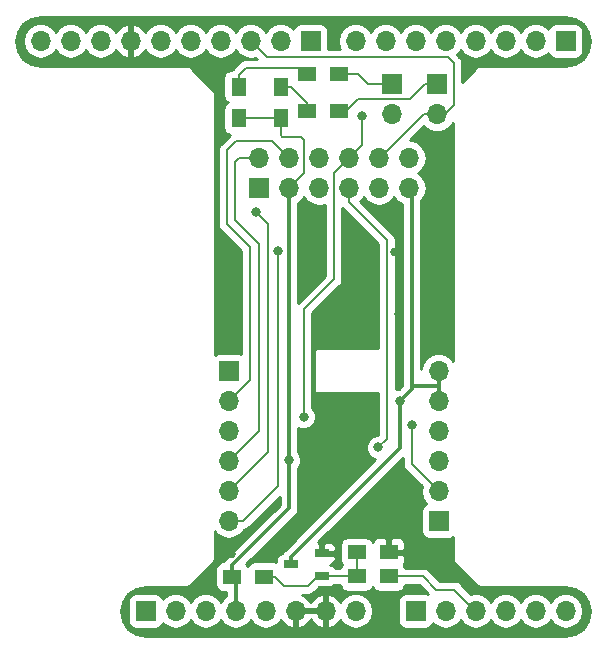
<source format=gtl>
G04 #@! TF.GenerationSoftware,KiCad,Pcbnew,(2018-01-23 revision c95c77c51)-master*
G04 #@! TF.CreationDate,2018-01-29T11:30:05+01:00*
G04 #@! TF.ProjectId,rpi_mrf_radio_shield,7270695F6D72665F726164696F5F7368,rev?*
G04 #@! TF.SameCoordinates,Original*
G04 #@! TF.FileFunction,Copper,L1,Top,Signal*
G04 #@! TF.FilePolarity,Positive*
%FSLAX46Y46*%
G04 Gerber Fmt 4.6, Leading zero omitted, Abs format (unit mm)*
G04 Created by KiCad (PCBNEW (2018-01-23 revision c95c77c51)-master) date Mon Jan 29 11:30:05 2018*
%MOMM*%
%LPD*%
G01*
G04 APERTURE LIST*
%ADD10R,1.700000X1.700000*%
%ADD11O,1.700000X1.700000*%
%ADD12R,1.220000X0.650000*%
%ADD13R,1.500000X1.300000*%
%ADD14R,1.300000X1.500000*%
%ADD15C,0.685800*%
%ADD16C,0.800000*%
%ADD17C,0.203200*%
%ADD18C,0.304800*%
%ADD19C,0.254000*%
G04 APERTURE END LIST*
D10*
X162001100Y-136113600D03*
D11*
X164541100Y-136113600D03*
X167081100Y-136113600D03*
X169621100Y-136113600D03*
X172161100Y-136113600D03*
X174701100Y-136113600D03*
D10*
X146176900Y-115793600D03*
D11*
X146176900Y-118333600D03*
X146176900Y-120873600D03*
X146176900Y-123413600D03*
X146176900Y-125953600D03*
X146176900Y-128493600D03*
X163956900Y-115793600D03*
X163956900Y-118333600D03*
X163956900Y-120873600D03*
X163956900Y-123413600D03*
X163956900Y-125953600D03*
D10*
X163956900Y-128493600D03*
D12*
X154040100Y-133126600D03*
X154040100Y-131226600D03*
X151420100Y-132176600D03*
D13*
X159715100Y-131160600D03*
X157015100Y-131160600D03*
D11*
X159969100Y-94076600D03*
D10*
X159969100Y-91536600D03*
D13*
X155524100Y-93822600D03*
X152824100Y-93822600D03*
X155524100Y-90647600D03*
X152824100Y-90647600D03*
X157015100Y-133192600D03*
X159715100Y-133192600D03*
D14*
X150571100Y-91710600D03*
X150571100Y-94410600D03*
X147015100Y-94410600D03*
X147015100Y-91710600D03*
D10*
X139141100Y-136113600D03*
D11*
X141681100Y-136113600D03*
X144221100Y-136113600D03*
X146761100Y-136113600D03*
X149301100Y-136113600D03*
X151841100Y-136113600D03*
X154381100Y-136113600D03*
X156921100Y-136113600D03*
D10*
X153111100Y-87853600D03*
D11*
X150571100Y-87853600D03*
X148031100Y-87853600D03*
X145491100Y-87853600D03*
X142951100Y-87853600D03*
X140411100Y-87853600D03*
X137871100Y-87853600D03*
X135331100Y-87853600D03*
X132791100Y-87853600D03*
X130251100Y-87853600D03*
D10*
X174701100Y-87853600D03*
D11*
X172161100Y-87853600D03*
X169621100Y-87853600D03*
X167081100Y-87853600D03*
X164541100Y-87853600D03*
X162001100Y-87853600D03*
X159461100Y-87853600D03*
X156921100Y-87853600D03*
D10*
X148729600Y-100299600D03*
D11*
X148729600Y-97759600D03*
X151269600Y-100299600D03*
X151269600Y-97759600D03*
X153809600Y-100299600D03*
X153809600Y-97759600D03*
X156349600Y-100299600D03*
X156349600Y-97759600D03*
X158889600Y-100299600D03*
X158889600Y-97759600D03*
X161429600Y-100299600D03*
X161429600Y-97759600D03*
X163829900Y-94076600D03*
D10*
X163829900Y-91536600D03*
D13*
X149148700Y-133218000D03*
X146448700Y-133218000D03*
D15*
X160181210Y-105760600D03*
X160524100Y-110967600D03*
X154605900Y-120238600D03*
X155240900Y-124429600D03*
X164384900Y-132760800D03*
X163829900Y-111983600D03*
D16*
X158847700Y-122270600D03*
X151278500Y-123362800D03*
D15*
X163829900Y-105379600D03*
X163829900Y-102204600D03*
X159384900Y-136240600D03*
X149932300Y-127503000D03*
X146430900Y-131287600D03*
X158368900Y-127858600D03*
X145922900Y-111602600D03*
X145922900Y-108427600D03*
X154685900Y-112745600D03*
X156590900Y-106903600D03*
X153415900Y-106014600D03*
X160625700Y-113710800D03*
X152526900Y-107665600D03*
X145922900Y-106141600D03*
X155905100Y-110967600D03*
D16*
X161670900Y-120365600D03*
X152526900Y-119673410D03*
X157429100Y-94203600D03*
X148475598Y-102331600D03*
X150317100Y-105633600D03*
X160654894Y-118333600D03*
D17*
X156349600Y-101501681D02*
X159584300Y-104736381D01*
X156349600Y-100299600D02*
X156349600Y-101501681D01*
X159584300Y-121534000D02*
X158847700Y-122270600D01*
X159584300Y-104736381D02*
X159584300Y-121534000D01*
X149148700Y-133218000D02*
X150101900Y-133218000D01*
X150101900Y-133218000D02*
X150889300Y-134005400D01*
X153755100Y-133126600D02*
X154040100Y-133126600D01*
X150889300Y-134005400D02*
X152876300Y-134005400D01*
X152876300Y-134005400D02*
X153755100Y-133126600D01*
D18*
X151278500Y-123928485D02*
X151278500Y-123362800D01*
X151278500Y-127433400D02*
X151278500Y-123928485D01*
X146448700Y-132263200D02*
X151278500Y-127433400D01*
X146448700Y-133218000D02*
X146448700Y-132263200D01*
X151269600Y-123353900D02*
X151278500Y-123362800D01*
X151269600Y-100299600D02*
X151269600Y-123353900D01*
X146761100Y-136113600D02*
X146761100Y-133530400D01*
X146761100Y-133530400D02*
X146448700Y-133218000D01*
D17*
X157990100Y-91536600D02*
X157101100Y-90647600D01*
X157101100Y-90647600D02*
X155524100Y-90647600D01*
X159969100Y-91536600D02*
X157990100Y-91536600D01*
X149428100Y-89250600D02*
X164715100Y-89250600D01*
X148031100Y-87853600D02*
X149428100Y-89250600D01*
X165223100Y-93314600D02*
X164461100Y-94076600D01*
X164715100Y-89250600D02*
X165223100Y-89758600D01*
X165223100Y-89758600D02*
X165223100Y-93314600D01*
X164461100Y-94076600D02*
X163829900Y-94076600D01*
X162699600Y-94076600D02*
X163829900Y-94076600D01*
X159016600Y-97759600D02*
X162699600Y-94076600D01*
X161670900Y-120931285D02*
X161670900Y-120365600D01*
X161670900Y-123667600D02*
X161670900Y-120931285D01*
X163956900Y-125953600D02*
X161670900Y-123667600D01*
X158889600Y-97759600D02*
X159016600Y-97759600D01*
X152526900Y-110586600D02*
X155066900Y-108046600D01*
X152526900Y-119673410D02*
X152526900Y-110586600D01*
X155066900Y-108046600D02*
X155066900Y-102156380D01*
X155066900Y-102156380D02*
X155066900Y-99042300D01*
X155066900Y-99042300D02*
X156349600Y-97759600D01*
X152653900Y-119546410D02*
X152526900Y-119673410D01*
X156349600Y-97759600D02*
X157429100Y-96680100D01*
X157429100Y-96680100D02*
X157429100Y-94769285D01*
X157429100Y-94769285D02*
X157429100Y-94203600D01*
X148716900Y-120873600D02*
X148716900Y-105049400D01*
X146176900Y-123413600D02*
X148716900Y-120873600D01*
X148716900Y-105049400D02*
X146697600Y-103030100D01*
X146697600Y-103030100D02*
X146697600Y-98077100D01*
X146697600Y-98077100D02*
X147015100Y-97759600D01*
X147015100Y-97759600D02*
X148729600Y-97759600D01*
X149478900Y-122651600D02*
X149478900Y-103334902D01*
X146176900Y-125953600D02*
X149478900Y-122651600D01*
X149478900Y-103334902D02*
X148475598Y-102331600D01*
X150317100Y-125572600D02*
X147396100Y-128493600D01*
X150317100Y-105633600D02*
X150317100Y-125572600D01*
X147396100Y-128493600D02*
X146176900Y-128493600D01*
X146824600Y-96299100D02*
X149809100Y-96299100D01*
X145999100Y-103347600D02*
X145999100Y-97124600D01*
X149809100Y-96299100D02*
X150419601Y-96909601D01*
X147954900Y-105303400D02*
X145999100Y-103347600D01*
X146176900Y-118333600D02*
X147954900Y-116555600D01*
X145999100Y-97124600D02*
X146824600Y-96299100D01*
X147954900Y-116555600D02*
X147954900Y-105303400D01*
X150419601Y-96909601D02*
X151269600Y-97759600D01*
X157015100Y-133192600D02*
X154106100Y-133192600D01*
X154106100Y-133192600D02*
X154040100Y-133126600D01*
X157015100Y-133192600D02*
X157015100Y-132339400D01*
X157015100Y-132339400D02*
X157015100Y-131160600D01*
X150571100Y-94410600D02*
X149717900Y-94410600D01*
X149717900Y-94410600D02*
X147015100Y-94410600D01*
X150709300Y-95981600D02*
X150571100Y-95843400D01*
X150571100Y-95843400D02*
X150571100Y-94410600D01*
X152539600Y-96235600D02*
X152539600Y-99029600D01*
X152539600Y-99029600D02*
X151269600Y-100299600D01*
X152285600Y-95981600D02*
X152539600Y-96235600D01*
X150709300Y-95981600D02*
X152285600Y-95981600D01*
X147878700Y-87853600D02*
X148031100Y-87853600D01*
X162636100Y-133192600D02*
X163753700Y-134310200D01*
X159715100Y-133192600D02*
X162636100Y-133192600D01*
X163753700Y-134310200D02*
X165277700Y-134310200D01*
X165277700Y-134310200D02*
X166231101Y-135263601D01*
X166231101Y-135263601D02*
X167081100Y-136113600D01*
D18*
X163956900Y-115793600D02*
X163956900Y-117063600D01*
X163956900Y-117063600D02*
X163956900Y-118333600D01*
X161683600Y-117304894D02*
X161683600Y-117063600D01*
X161683600Y-117063600D02*
X161683600Y-100553600D01*
X163956900Y-117063600D02*
X161683600Y-117063600D01*
X160654894Y-118333600D02*
X161683600Y-117304894D01*
X161683600Y-100553600D02*
X161429600Y-100299600D01*
X151420100Y-131546800D02*
X160654900Y-122312000D01*
X151420100Y-132176600D02*
X151420100Y-131546800D01*
X160654900Y-118333606D02*
X160654894Y-118333600D01*
X160654900Y-122312000D02*
X160654900Y-118333606D01*
D17*
X152824100Y-93107600D02*
X151427100Y-91710600D01*
X152824100Y-93822600D02*
X152824100Y-93107600D01*
X151427100Y-91710600D02*
X151424300Y-91710600D01*
X151424300Y-91710600D02*
X150571100Y-91710600D01*
X150571100Y-91790600D02*
X151079100Y-92298600D01*
X150571100Y-91710600D02*
X150571100Y-91790600D01*
X147015100Y-90757400D02*
X147632900Y-90139600D01*
X152316100Y-90139600D02*
X152824100Y-90647600D01*
X147015100Y-91710600D02*
X147015100Y-90757400D01*
X147632900Y-90139600D02*
X152316100Y-90139600D01*
X162776700Y-91536600D02*
X161506700Y-92806600D01*
X163829900Y-91536600D02*
X162776700Y-91536600D01*
X156079100Y-93822600D02*
X155524100Y-93822600D01*
X161506700Y-92806600D02*
X157095100Y-92806600D01*
X157095100Y-92806600D02*
X156079100Y-93822600D01*
D19*
G36*
X160934300Y-123595059D02*
X160919871Y-123667600D01*
X160934300Y-123740140D01*
X160934300Y-123740143D01*
X160977039Y-123955006D01*
X161139842Y-124198658D01*
X161201342Y-124239751D01*
X162521181Y-125559591D01*
X162442808Y-125953600D01*
X162558061Y-126533018D01*
X162886275Y-127024225D01*
X162904519Y-127036416D01*
X162859135Y-127045443D01*
X162649091Y-127185791D01*
X162508743Y-127395835D01*
X162459460Y-127643600D01*
X162459460Y-129343600D01*
X162508743Y-129591365D01*
X162649091Y-129801409D01*
X162859135Y-129941757D01*
X163106900Y-129991040D01*
X164806900Y-129991040D01*
X165054665Y-129941757D01*
X165152001Y-129876719D01*
X165152001Y-130549574D01*
X165152000Y-131565575D01*
X165138091Y-131635500D01*
X165152000Y-131705424D01*
X165152000Y-131705425D01*
X165193195Y-131912527D01*
X165350119Y-132147380D01*
X165409402Y-132186992D01*
X167025008Y-133802599D01*
X167064619Y-133861881D01*
X167299472Y-134018805D01*
X167506574Y-134060000D01*
X167506578Y-134060000D01*
X167576499Y-134073908D01*
X167646420Y-134060000D01*
X174618569Y-134060000D01*
X175480690Y-134231486D01*
X176152275Y-134680225D01*
X176601013Y-135351809D01*
X176758590Y-136144000D01*
X176601013Y-136936191D01*
X176152275Y-137607775D01*
X175480690Y-138056514D01*
X174618569Y-138228000D01*
X139198431Y-138228000D01*
X138336309Y-138056513D01*
X137664725Y-137607775D01*
X137215986Y-136936190D01*
X137058410Y-136144000D01*
X137215986Y-135351810D01*
X137664725Y-134680225D01*
X138336309Y-134231487D01*
X139198431Y-134060000D01*
X142487576Y-134060000D01*
X142557500Y-134073909D01*
X142627424Y-134060000D01*
X142627426Y-134060000D01*
X142834528Y-134018805D01*
X143069381Y-133861881D01*
X143108994Y-133802596D01*
X144724601Y-132186990D01*
X144783880Y-132147381D01*
X144940805Y-131912528D01*
X144982000Y-131705426D01*
X144982000Y-131705422D01*
X144995908Y-131635501D01*
X144982000Y-131565580D01*
X144982000Y-129378234D01*
X145106275Y-129564225D01*
X145597482Y-129892439D01*
X146030644Y-129978600D01*
X146323156Y-129978600D01*
X146756318Y-129892439D01*
X147247525Y-129564225D01*
X147471031Y-129229725D01*
X147683507Y-129187461D01*
X147927158Y-129024658D01*
X147968251Y-128963158D01*
X150491100Y-126440310D01*
X150491100Y-127107248D01*
X145946763Y-131651586D01*
X145881017Y-131695516D01*
X145837087Y-131761262D01*
X145730648Y-131920560D01*
X145698700Y-131920560D01*
X145450935Y-131969843D01*
X145240891Y-132110191D01*
X145100543Y-132320235D01*
X145051260Y-132568000D01*
X145051260Y-133868000D01*
X145100543Y-134115765D01*
X145240891Y-134325809D01*
X145450935Y-134466157D01*
X145698700Y-134515440D01*
X145973701Y-134515440D01*
X145973700Y-134853730D01*
X145690475Y-135042975D01*
X145491100Y-135341361D01*
X145291725Y-135042975D01*
X144800518Y-134714761D01*
X144367356Y-134628600D01*
X144074844Y-134628600D01*
X143641682Y-134714761D01*
X143150475Y-135042975D01*
X142951100Y-135341361D01*
X142751725Y-135042975D01*
X142260518Y-134714761D01*
X141827356Y-134628600D01*
X141534844Y-134628600D01*
X141101682Y-134714761D01*
X140610475Y-135042975D01*
X140598284Y-135061219D01*
X140589257Y-135015835D01*
X140448909Y-134805791D01*
X140238865Y-134665443D01*
X139991100Y-134616160D01*
X138291100Y-134616160D01*
X138043335Y-134665443D01*
X137833291Y-134805791D01*
X137692943Y-135015835D01*
X137643660Y-135263600D01*
X137643660Y-136963600D01*
X137692943Y-137211365D01*
X137833291Y-137421409D01*
X138043335Y-137561757D01*
X138291100Y-137611040D01*
X139991100Y-137611040D01*
X140238865Y-137561757D01*
X140448909Y-137421409D01*
X140589257Y-137211365D01*
X140598284Y-137165981D01*
X140610475Y-137184225D01*
X141101682Y-137512439D01*
X141534844Y-137598600D01*
X141827356Y-137598600D01*
X142260518Y-137512439D01*
X142751725Y-137184225D01*
X142951100Y-136885839D01*
X143150475Y-137184225D01*
X143641682Y-137512439D01*
X144074844Y-137598600D01*
X144367356Y-137598600D01*
X144800518Y-137512439D01*
X145291725Y-137184225D01*
X145491100Y-136885839D01*
X145690475Y-137184225D01*
X146181682Y-137512439D01*
X146614844Y-137598600D01*
X146907356Y-137598600D01*
X147340518Y-137512439D01*
X147831725Y-137184225D01*
X148031100Y-136885839D01*
X148230475Y-137184225D01*
X148721682Y-137512439D01*
X149154844Y-137598600D01*
X149447356Y-137598600D01*
X149880518Y-137512439D01*
X150371725Y-137184225D01*
X150584943Y-136865122D01*
X150645917Y-136994958D01*
X151074176Y-137385245D01*
X151484210Y-137555076D01*
X151714100Y-137433755D01*
X151714100Y-136240600D01*
X151968100Y-136240600D01*
X151968100Y-137433755D01*
X152197990Y-137555076D01*
X152608024Y-137385245D01*
X153036283Y-136994958D01*
X153111100Y-136835646D01*
X153185917Y-136994958D01*
X153614176Y-137385245D01*
X154024210Y-137555076D01*
X154254100Y-137433755D01*
X154254100Y-136240600D01*
X151968100Y-136240600D01*
X151714100Y-136240600D01*
X151694100Y-136240600D01*
X151694100Y-135986600D01*
X151714100Y-135986600D01*
X151714100Y-135966600D01*
X151968100Y-135966600D01*
X151968100Y-135986600D01*
X154254100Y-135986600D01*
X154254100Y-134793445D01*
X154508100Y-134793445D01*
X154508100Y-135986600D01*
X154528100Y-135986600D01*
X154528100Y-136240600D01*
X154508100Y-136240600D01*
X154508100Y-137433755D01*
X154737990Y-137555076D01*
X155148024Y-137385245D01*
X155576283Y-136994958D01*
X155637257Y-136865122D01*
X155850475Y-137184225D01*
X156341682Y-137512439D01*
X156774844Y-137598600D01*
X157067356Y-137598600D01*
X157500518Y-137512439D01*
X157991725Y-137184225D01*
X158319939Y-136693018D01*
X158435192Y-136113600D01*
X158319939Y-135534182D01*
X157991725Y-135042975D01*
X157500518Y-134714761D01*
X157067356Y-134628600D01*
X156774844Y-134628600D01*
X156341682Y-134714761D01*
X155850475Y-135042975D01*
X155637257Y-135362078D01*
X155576283Y-135232242D01*
X155148024Y-134841955D01*
X154737990Y-134672124D01*
X154508100Y-134793445D01*
X154254100Y-134793445D01*
X154024210Y-134672124D01*
X153614176Y-134841955D01*
X153185917Y-135232242D01*
X153111100Y-135391554D01*
X153036283Y-135232242D01*
X152608024Y-134841955D01*
X152366696Y-134742000D01*
X152803760Y-134742000D01*
X152876300Y-134756429D01*
X152948840Y-134742000D01*
X152948844Y-134742000D01*
X153163707Y-134699261D01*
X153407358Y-134536458D01*
X153448451Y-134474958D01*
X153824369Y-134099040D01*
X154650100Y-134099040D01*
X154897865Y-134049757D01*
X155078290Y-133929200D01*
X155634886Y-133929200D01*
X155666943Y-134090365D01*
X155807291Y-134300409D01*
X156017335Y-134440757D01*
X156265100Y-134490040D01*
X157765100Y-134490040D01*
X158012865Y-134440757D01*
X158222909Y-134300409D01*
X158363257Y-134090365D01*
X158365100Y-134081100D01*
X158366943Y-134090365D01*
X158507291Y-134300409D01*
X158717335Y-134440757D01*
X158965100Y-134490040D01*
X160465100Y-134490040D01*
X160712865Y-134440757D01*
X160922909Y-134300409D01*
X161063257Y-134090365D01*
X161095314Y-133929200D01*
X162330991Y-133929200D01*
X163059379Y-134657589D01*
X162851100Y-134616160D01*
X161151100Y-134616160D01*
X160903335Y-134665443D01*
X160693291Y-134805791D01*
X160552943Y-135015835D01*
X160503660Y-135263600D01*
X160503660Y-136963600D01*
X160552943Y-137211365D01*
X160693291Y-137421409D01*
X160903335Y-137561757D01*
X161151100Y-137611040D01*
X162851100Y-137611040D01*
X163098865Y-137561757D01*
X163308909Y-137421409D01*
X163449257Y-137211365D01*
X163458284Y-137165981D01*
X163470475Y-137184225D01*
X163961682Y-137512439D01*
X164394844Y-137598600D01*
X164687356Y-137598600D01*
X165120518Y-137512439D01*
X165611725Y-137184225D01*
X165811100Y-136885839D01*
X166010475Y-137184225D01*
X166501682Y-137512439D01*
X166934844Y-137598600D01*
X167227356Y-137598600D01*
X167660518Y-137512439D01*
X168151725Y-137184225D01*
X168351100Y-136885839D01*
X168550475Y-137184225D01*
X169041682Y-137512439D01*
X169474844Y-137598600D01*
X169767356Y-137598600D01*
X170200518Y-137512439D01*
X170691725Y-137184225D01*
X170891100Y-136885839D01*
X171090475Y-137184225D01*
X171581682Y-137512439D01*
X172014844Y-137598600D01*
X172307356Y-137598600D01*
X172740518Y-137512439D01*
X173231725Y-137184225D01*
X173431100Y-136885839D01*
X173630475Y-137184225D01*
X174121682Y-137512439D01*
X174554844Y-137598600D01*
X174847356Y-137598600D01*
X175280518Y-137512439D01*
X175771725Y-137184225D01*
X176099939Y-136693018D01*
X176215192Y-136113600D01*
X176099939Y-135534182D01*
X175771725Y-135042975D01*
X175280518Y-134714761D01*
X174847356Y-134628600D01*
X174554844Y-134628600D01*
X174121682Y-134714761D01*
X173630475Y-135042975D01*
X173431100Y-135341361D01*
X173231725Y-135042975D01*
X172740518Y-134714761D01*
X172307356Y-134628600D01*
X172014844Y-134628600D01*
X171581682Y-134714761D01*
X171090475Y-135042975D01*
X170891100Y-135341361D01*
X170691725Y-135042975D01*
X170200518Y-134714761D01*
X169767356Y-134628600D01*
X169474844Y-134628600D01*
X169041682Y-134714761D01*
X168550475Y-135042975D01*
X168351100Y-135341361D01*
X168151725Y-135042975D01*
X167660518Y-134714761D01*
X167227356Y-134628600D01*
X166934844Y-134628600D01*
X166687091Y-134677881D01*
X165849850Y-133840641D01*
X165808758Y-133779142D01*
X165565107Y-133616339D01*
X165350244Y-133573600D01*
X165350240Y-133573600D01*
X165277700Y-133559171D01*
X165205160Y-133573600D01*
X164058810Y-133573600D01*
X163208251Y-132723042D01*
X163167158Y-132661542D01*
X162923507Y-132498739D01*
X162708644Y-132456000D01*
X162708640Y-132456000D01*
X162636100Y-132441571D01*
X162563560Y-132456000D01*
X161095314Y-132456000D01*
X161063257Y-132294835D01*
X160989410Y-132184316D01*
X161003427Y-132170299D01*
X161100100Y-131936910D01*
X161100100Y-131446350D01*
X160941350Y-131287600D01*
X159842100Y-131287600D01*
X159842100Y-131307600D01*
X159588100Y-131307600D01*
X159588100Y-131287600D01*
X159568100Y-131287600D01*
X159568100Y-131033600D01*
X159588100Y-131033600D01*
X159588100Y-130034350D01*
X159842100Y-130034350D01*
X159842100Y-131033600D01*
X160941350Y-131033600D01*
X161100100Y-130874850D01*
X161100100Y-130384290D01*
X161003427Y-130150901D01*
X160824798Y-129972273D01*
X160591409Y-129875600D01*
X160000850Y-129875600D01*
X159842100Y-130034350D01*
X159588100Y-130034350D01*
X159429350Y-129875600D01*
X158838791Y-129875600D01*
X158605402Y-129972273D01*
X158426773Y-130150901D01*
X158368821Y-130290809D01*
X158363257Y-130262835D01*
X158222909Y-130052791D01*
X158012865Y-129912443D01*
X157765100Y-129863160D01*
X156265100Y-129863160D01*
X156017335Y-129912443D01*
X155807291Y-130052791D01*
X155666943Y-130262835D01*
X155617660Y-130510600D01*
X155617660Y-131810600D01*
X155666943Y-132058365D01*
X155745946Y-132176600D01*
X155666943Y-132294835D01*
X155634886Y-132456000D01*
X155182885Y-132456000D01*
X155107909Y-132343791D01*
X154897865Y-132203443D01*
X154788341Y-132181658D01*
X155009798Y-132089927D01*
X155188427Y-131911299D01*
X155285100Y-131677910D01*
X155285100Y-131512350D01*
X155126350Y-131353600D01*
X154167100Y-131353600D01*
X154167100Y-131373600D01*
X153913100Y-131373600D01*
X153913100Y-131353600D01*
X153893100Y-131353600D01*
X153893100Y-131099600D01*
X153913100Y-131099600D01*
X153913100Y-130425350D01*
X154167100Y-130425350D01*
X154167100Y-131099600D01*
X155126350Y-131099600D01*
X155285100Y-130940850D01*
X155285100Y-130775290D01*
X155188427Y-130541901D01*
X155009798Y-130363273D01*
X154776409Y-130266600D01*
X154325850Y-130266600D01*
X154167100Y-130425350D01*
X153913100Y-130425350D01*
X153784101Y-130296351D01*
X160934300Y-123146152D01*
X160934300Y-123595059D01*
X160934300Y-123595059D01*
G37*
X160934300Y-123595059D02*
X160919871Y-123667600D01*
X160934300Y-123740140D01*
X160934300Y-123740143D01*
X160977039Y-123955006D01*
X161139842Y-124198658D01*
X161201342Y-124239751D01*
X162521181Y-125559591D01*
X162442808Y-125953600D01*
X162558061Y-126533018D01*
X162886275Y-127024225D01*
X162904519Y-127036416D01*
X162859135Y-127045443D01*
X162649091Y-127185791D01*
X162508743Y-127395835D01*
X162459460Y-127643600D01*
X162459460Y-129343600D01*
X162508743Y-129591365D01*
X162649091Y-129801409D01*
X162859135Y-129941757D01*
X163106900Y-129991040D01*
X164806900Y-129991040D01*
X165054665Y-129941757D01*
X165152001Y-129876719D01*
X165152001Y-130549574D01*
X165152000Y-131565575D01*
X165138091Y-131635500D01*
X165152000Y-131705424D01*
X165152000Y-131705425D01*
X165193195Y-131912527D01*
X165350119Y-132147380D01*
X165409402Y-132186992D01*
X167025008Y-133802599D01*
X167064619Y-133861881D01*
X167299472Y-134018805D01*
X167506574Y-134060000D01*
X167506578Y-134060000D01*
X167576499Y-134073908D01*
X167646420Y-134060000D01*
X174618569Y-134060000D01*
X175480690Y-134231486D01*
X176152275Y-134680225D01*
X176601013Y-135351809D01*
X176758590Y-136144000D01*
X176601013Y-136936191D01*
X176152275Y-137607775D01*
X175480690Y-138056514D01*
X174618569Y-138228000D01*
X139198431Y-138228000D01*
X138336309Y-138056513D01*
X137664725Y-137607775D01*
X137215986Y-136936190D01*
X137058410Y-136144000D01*
X137215986Y-135351810D01*
X137664725Y-134680225D01*
X138336309Y-134231487D01*
X139198431Y-134060000D01*
X142487576Y-134060000D01*
X142557500Y-134073909D01*
X142627424Y-134060000D01*
X142627426Y-134060000D01*
X142834528Y-134018805D01*
X143069381Y-133861881D01*
X143108994Y-133802596D01*
X144724601Y-132186990D01*
X144783880Y-132147381D01*
X144940805Y-131912528D01*
X144982000Y-131705426D01*
X144982000Y-131705422D01*
X144995908Y-131635501D01*
X144982000Y-131565580D01*
X144982000Y-129378234D01*
X145106275Y-129564225D01*
X145597482Y-129892439D01*
X146030644Y-129978600D01*
X146323156Y-129978600D01*
X146756318Y-129892439D01*
X147247525Y-129564225D01*
X147471031Y-129229725D01*
X147683507Y-129187461D01*
X147927158Y-129024658D01*
X147968251Y-128963158D01*
X150491100Y-126440310D01*
X150491100Y-127107248D01*
X145946763Y-131651586D01*
X145881017Y-131695516D01*
X145837087Y-131761262D01*
X145730648Y-131920560D01*
X145698700Y-131920560D01*
X145450935Y-131969843D01*
X145240891Y-132110191D01*
X145100543Y-132320235D01*
X145051260Y-132568000D01*
X145051260Y-133868000D01*
X145100543Y-134115765D01*
X145240891Y-134325809D01*
X145450935Y-134466157D01*
X145698700Y-134515440D01*
X145973701Y-134515440D01*
X145973700Y-134853730D01*
X145690475Y-135042975D01*
X145491100Y-135341361D01*
X145291725Y-135042975D01*
X144800518Y-134714761D01*
X144367356Y-134628600D01*
X144074844Y-134628600D01*
X143641682Y-134714761D01*
X143150475Y-135042975D01*
X142951100Y-135341361D01*
X142751725Y-135042975D01*
X142260518Y-134714761D01*
X141827356Y-134628600D01*
X141534844Y-134628600D01*
X141101682Y-134714761D01*
X140610475Y-135042975D01*
X140598284Y-135061219D01*
X140589257Y-135015835D01*
X140448909Y-134805791D01*
X140238865Y-134665443D01*
X139991100Y-134616160D01*
X138291100Y-134616160D01*
X138043335Y-134665443D01*
X137833291Y-134805791D01*
X137692943Y-135015835D01*
X137643660Y-135263600D01*
X137643660Y-136963600D01*
X137692943Y-137211365D01*
X137833291Y-137421409D01*
X138043335Y-137561757D01*
X138291100Y-137611040D01*
X139991100Y-137611040D01*
X140238865Y-137561757D01*
X140448909Y-137421409D01*
X140589257Y-137211365D01*
X140598284Y-137165981D01*
X140610475Y-137184225D01*
X141101682Y-137512439D01*
X141534844Y-137598600D01*
X141827356Y-137598600D01*
X142260518Y-137512439D01*
X142751725Y-137184225D01*
X142951100Y-136885839D01*
X143150475Y-137184225D01*
X143641682Y-137512439D01*
X144074844Y-137598600D01*
X144367356Y-137598600D01*
X144800518Y-137512439D01*
X145291725Y-137184225D01*
X145491100Y-136885839D01*
X145690475Y-137184225D01*
X146181682Y-137512439D01*
X146614844Y-137598600D01*
X146907356Y-137598600D01*
X147340518Y-137512439D01*
X147831725Y-137184225D01*
X148031100Y-136885839D01*
X148230475Y-137184225D01*
X148721682Y-137512439D01*
X149154844Y-137598600D01*
X149447356Y-137598600D01*
X149880518Y-137512439D01*
X150371725Y-137184225D01*
X150584943Y-136865122D01*
X150645917Y-136994958D01*
X151074176Y-137385245D01*
X151484210Y-137555076D01*
X151714100Y-137433755D01*
X151714100Y-136240600D01*
X151968100Y-136240600D01*
X151968100Y-137433755D01*
X152197990Y-137555076D01*
X152608024Y-137385245D01*
X153036283Y-136994958D01*
X153111100Y-136835646D01*
X153185917Y-136994958D01*
X153614176Y-137385245D01*
X154024210Y-137555076D01*
X154254100Y-137433755D01*
X154254100Y-136240600D01*
X151968100Y-136240600D01*
X151714100Y-136240600D01*
X151694100Y-136240600D01*
X151694100Y-135986600D01*
X151714100Y-135986600D01*
X151714100Y-135966600D01*
X151968100Y-135966600D01*
X151968100Y-135986600D01*
X154254100Y-135986600D01*
X154254100Y-134793445D01*
X154508100Y-134793445D01*
X154508100Y-135986600D01*
X154528100Y-135986600D01*
X154528100Y-136240600D01*
X154508100Y-136240600D01*
X154508100Y-137433755D01*
X154737990Y-137555076D01*
X155148024Y-137385245D01*
X155576283Y-136994958D01*
X155637257Y-136865122D01*
X155850475Y-137184225D01*
X156341682Y-137512439D01*
X156774844Y-137598600D01*
X157067356Y-137598600D01*
X157500518Y-137512439D01*
X157991725Y-137184225D01*
X158319939Y-136693018D01*
X158435192Y-136113600D01*
X158319939Y-135534182D01*
X157991725Y-135042975D01*
X157500518Y-134714761D01*
X157067356Y-134628600D01*
X156774844Y-134628600D01*
X156341682Y-134714761D01*
X155850475Y-135042975D01*
X155637257Y-135362078D01*
X155576283Y-135232242D01*
X155148024Y-134841955D01*
X154737990Y-134672124D01*
X154508100Y-134793445D01*
X154254100Y-134793445D01*
X154024210Y-134672124D01*
X153614176Y-134841955D01*
X153185917Y-135232242D01*
X153111100Y-135391554D01*
X153036283Y-135232242D01*
X152608024Y-134841955D01*
X152366696Y-134742000D01*
X152803760Y-134742000D01*
X152876300Y-134756429D01*
X152948840Y-134742000D01*
X152948844Y-134742000D01*
X153163707Y-134699261D01*
X153407358Y-134536458D01*
X153448451Y-134474958D01*
X153824369Y-134099040D01*
X154650100Y-134099040D01*
X154897865Y-134049757D01*
X155078290Y-133929200D01*
X155634886Y-133929200D01*
X155666943Y-134090365D01*
X155807291Y-134300409D01*
X156017335Y-134440757D01*
X156265100Y-134490040D01*
X157765100Y-134490040D01*
X158012865Y-134440757D01*
X158222909Y-134300409D01*
X158363257Y-134090365D01*
X158365100Y-134081100D01*
X158366943Y-134090365D01*
X158507291Y-134300409D01*
X158717335Y-134440757D01*
X158965100Y-134490040D01*
X160465100Y-134490040D01*
X160712865Y-134440757D01*
X160922909Y-134300409D01*
X161063257Y-134090365D01*
X161095314Y-133929200D01*
X162330991Y-133929200D01*
X163059379Y-134657589D01*
X162851100Y-134616160D01*
X161151100Y-134616160D01*
X160903335Y-134665443D01*
X160693291Y-134805791D01*
X160552943Y-135015835D01*
X160503660Y-135263600D01*
X160503660Y-136963600D01*
X160552943Y-137211365D01*
X160693291Y-137421409D01*
X160903335Y-137561757D01*
X161151100Y-137611040D01*
X162851100Y-137611040D01*
X163098865Y-137561757D01*
X163308909Y-137421409D01*
X163449257Y-137211365D01*
X163458284Y-137165981D01*
X163470475Y-137184225D01*
X163961682Y-137512439D01*
X164394844Y-137598600D01*
X164687356Y-137598600D01*
X165120518Y-137512439D01*
X165611725Y-137184225D01*
X165811100Y-136885839D01*
X166010475Y-137184225D01*
X166501682Y-137512439D01*
X166934844Y-137598600D01*
X167227356Y-137598600D01*
X167660518Y-137512439D01*
X168151725Y-137184225D01*
X168351100Y-136885839D01*
X168550475Y-137184225D01*
X169041682Y-137512439D01*
X169474844Y-137598600D01*
X169767356Y-137598600D01*
X170200518Y-137512439D01*
X170691725Y-137184225D01*
X170891100Y-136885839D01*
X171090475Y-137184225D01*
X171581682Y-137512439D01*
X172014844Y-137598600D01*
X172307356Y-137598600D01*
X172740518Y-137512439D01*
X173231725Y-137184225D01*
X173431100Y-136885839D01*
X173630475Y-137184225D01*
X174121682Y-137512439D01*
X174554844Y-137598600D01*
X174847356Y-137598600D01*
X175280518Y-137512439D01*
X175771725Y-137184225D01*
X176099939Y-136693018D01*
X176215192Y-136113600D01*
X176099939Y-135534182D01*
X175771725Y-135042975D01*
X175280518Y-134714761D01*
X174847356Y-134628600D01*
X174554844Y-134628600D01*
X174121682Y-134714761D01*
X173630475Y-135042975D01*
X173431100Y-135341361D01*
X173231725Y-135042975D01*
X172740518Y-134714761D01*
X172307356Y-134628600D01*
X172014844Y-134628600D01*
X171581682Y-134714761D01*
X171090475Y-135042975D01*
X170891100Y-135341361D01*
X170691725Y-135042975D01*
X170200518Y-134714761D01*
X169767356Y-134628600D01*
X169474844Y-134628600D01*
X169041682Y-134714761D01*
X168550475Y-135042975D01*
X168351100Y-135341361D01*
X168151725Y-135042975D01*
X167660518Y-134714761D01*
X167227356Y-134628600D01*
X166934844Y-134628600D01*
X166687091Y-134677881D01*
X165849850Y-133840641D01*
X165808758Y-133779142D01*
X165565107Y-133616339D01*
X165350244Y-133573600D01*
X165350240Y-133573600D01*
X165277700Y-133559171D01*
X165205160Y-133573600D01*
X164058810Y-133573600D01*
X163208251Y-132723042D01*
X163167158Y-132661542D01*
X162923507Y-132498739D01*
X162708644Y-132456000D01*
X162708640Y-132456000D01*
X162636100Y-132441571D01*
X162563560Y-132456000D01*
X161095314Y-132456000D01*
X161063257Y-132294835D01*
X160989410Y-132184316D01*
X161003427Y-132170299D01*
X161100100Y-131936910D01*
X161100100Y-131446350D01*
X160941350Y-131287600D01*
X159842100Y-131287600D01*
X159842100Y-131307600D01*
X159588100Y-131307600D01*
X159588100Y-131287600D01*
X159568100Y-131287600D01*
X159568100Y-131033600D01*
X159588100Y-131033600D01*
X159588100Y-130034350D01*
X159842100Y-130034350D01*
X159842100Y-131033600D01*
X160941350Y-131033600D01*
X161100100Y-130874850D01*
X161100100Y-130384290D01*
X161003427Y-130150901D01*
X160824798Y-129972273D01*
X160591409Y-129875600D01*
X160000850Y-129875600D01*
X159842100Y-130034350D01*
X159588100Y-130034350D01*
X159429350Y-129875600D01*
X158838791Y-129875600D01*
X158605402Y-129972273D01*
X158426773Y-130150901D01*
X158368821Y-130290809D01*
X158363257Y-130262835D01*
X158222909Y-130052791D01*
X158012865Y-129912443D01*
X157765100Y-129863160D01*
X156265100Y-129863160D01*
X156017335Y-129912443D01*
X155807291Y-130052791D01*
X155666943Y-130262835D01*
X155617660Y-130510600D01*
X155617660Y-131810600D01*
X155666943Y-132058365D01*
X155745946Y-132176600D01*
X155666943Y-132294835D01*
X155634886Y-132456000D01*
X155182885Y-132456000D01*
X155107909Y-132343791D01*
X154897865Y-132203443D01*
X154788341Y-132181658D01*
X155009798Y-132089927D01*
X155188427Y-131911299D01*
X155285100Y-131677910D01*
X155285100Y-131512350D01*
X155126350Y-131353600D01*
X154167100Y-131353600D01*
X154167100Y-131373600D01*
X153913100Y-131373600D01*
X153913100Y-131353600D01*
X153893100Y-131353600D01*
X153893100Y-131099600D01*
X153913100Y-131099600D01*
X153913100Y-130425350D01*
X154167100Y-130425350D01*
X154167100Y-131099600D01*
X155126350Y-131099600D01*
X155285100Y-130940850D01*
X155285100Y-130775290D01*
X155188427Y-130541901D01*
X155009798Y-130363273D01*
X154776409Y-130266600D01*
X154325850Y-130266600D01*
X154167100Y-130425350D01*
X153913100Y-130425350D01*
X153784101Y-130296351D01*
X160934300Y-123146152D01*
X160934300Y-123595059D01*
G36*
X155818543Y-102032739D02*
X155880040Y-102073830D01*
X158847700Y-105041491D01*
X158847701Y-113888600D01*
X153542900Y-113888600D01*
X153494299Y-113898267D01*
X153453097Y-113925797D01*
X153425567Y-113966999D01*
X153415900Y-114015600D01*
X153415900Y-117571600D01*
X153425567Y-117620201D01*
X153453097Y-117661403D01*
X153494299Y-117688933D01*
X153542900Y-117698600D01*
X158847701Y-117698600D01*
X158847701Y-121228889D01*
X158840990Y-121235600D01*
X158641826Y-121235600D01*
X158261420Y-121393169D01*
X157970269Y-121684320D01*
X157812700Y-122064726D01*
X157812700Y-122476474D01*
X157970269Y-122856880D01*
X158261420Y-123148031D01*
X158575303Y-123278045D01*
X150918163Y-130935186D01*
X150852417Y-130979116D01*
X150685484Y-131228947D01*
X150562335Y-131253443D01*
X150352291Y-131393791D01*
X150211943Y-131603835D01*
X150162660Y-131851600D01*
X150162660Y-131980664D01*
X150146465Y-131969843D01*
X149898700Y-131920560D01*
X148398700Y-131920560D01*
X148150935Y-131969843D01*
X147940891Y-132110191D01*
X147800543Y-132320235D01*
X147798700Y-132329500D01*
X147796857Y-132320235D01*
X147680042Y-132145410D01*
X151780438Y-128045014D01*
X151846184Y-128001084D01*
X152020215Y-127740628D01*
X152065900Y-127510952D01*
X152065900Y-127510951D01*
X152081326Y-127433400D01*
X152065900Y-127355849D01*
X152065900Y-124039111D01*
X152155931Y-123949080D01*
X152313500Y-123568674D01*
X152313500Y-123156926D01*
X152155931Y-122776520D01*
X152057000Y-122677589D01*
X152057000Y-120599047D01*
X152321026Y-120708410D01*
X152732774Y-120708410D01*
X153113180Y-120550841D01*
X153404331Y-120259690D01*
X153561900Y-119879284D01*
X153561900Y-119467536D01*
X153404331Y-119087130D01*
X153263500Y-118946299D01*
X153263500Y-110891709D01*
X155536458Y-108618751D01*
X155597958Y-108577658D01*
X155760761Y-108334007D01*
X155803500Y-108119144D01*
X155803500Y-108119140D01*
X155817929Y-108046601D01*
X155803500Y-107974062D01*
X155803500Y-102010226D01*
X155818543Y-102032739D01*
X155818543Y-102032739D01*
G37*
X155818543Y-102032739D02*
X155880040Y-102073830D01*
X158847700Y-105041491D01*
X158847701Y-113888600D01*
X153542900Y-113888600D01*
X153494299Y-113898267D01*
X153453097Y-113925797D01*
X153425567Y-113966999D01*
X153415900Y-114015600D01*
X153415900Y-117571600D01*
X153425567Y-117620201D01*
X153453097Y-117661403D01*
X153494299Y-117688933D01*
X153542900Y-117698600D01*
X158847701Y-117698600D01*
X158847701Y-121228889D01*
X158840990Y-121235600D01*
X158641826Y-121235600D01*
X158261420Y-121393169D01*
X157970269Y-121684320D01*
X157812700Y-122064726D01*
X157812700Y-122476474D01*
X157970269Y-122856880D01*
X158261420Y-123148031D01*
X158575303Y-123278045D01*
X150918163Y-130935186D01*
X150852417Y-130979116D01*
X150685484Y-131228947D01*
X150562335Y-131253443D01*
X150352291Y-131393791D01*
X150211943Y-131603835D01*
X150162660Y-131851600D01*
X150162660Y-131980664D01*
X150146465Y-131969843D01*
X149898700Y-131920560D01*
X148398700Y-131920560D01*
X148150935Y-131969843D01*
X147940891Y-132110191D01*
X147800543Y-132320235D01*
X147798700Y-132329500D01*
X147796857Y-132320235D01*
X147680042Y-132145410D01*
X151780438Y-128045014D01*
X151846184Y-128001084D01*
X152020215Y-127740628D01*
X152065900Y-127510952D01*
X152065900Y-127510951D01*
X152081326Y-127433400D01*
X152065900Y-127355849D01*
X152065900Y-124039111D01*
X152155931Y-123949080D01*
X152313500Y-123568674D01*
X152313500Y-123156926D01*
X152155931Y-122776520D01*
X152057000Y-122677589D01*
X152057000Y-120599047D01*
X152321026Y-120708410D01*
X152732774Y-120708410D01*
X153113180Y-120550841D01*
X153404331Y-120259690D01*
X153561900Y-119879284D01*
X153561900Y-119467536D01*
X153404331Y-119087130D01*
X153263500Y-118946299D01*
X153263500Y-110891709D01*
X155536458Y-108618751D01*
X155597958Y-108577658D01*
X155760761Y-108334007D01*
X155803500Y-108119144D01*
X155803500Y-108119140D01*
X155817929Y-108046601D01*
X155803500Y-107974062D01*
X155803500Y-102010226D01*
X155818543Y-102032739D01*
G36*
X160358975Y-101370225D02*
X160850182Y-101698439D01*
X160896201Y-101707593D01*
X160896200Y-116978742D01*
X160576343Y-117298600D01*
X160449020Y-117298600D01*
X160320900Y-117351669D01*
X160320900Y-104808921D01*
X160335329Y-104736381D01*
X160320900Y-104663838D01*
X160320900Y-104663837D01*
X160278161Y-104448974D01*
X160156451Y-104266822D01*
X160156449Y-104266820D01*
X160115358Y-104205323D01*
X160053861Y-104164232D01*
X157324089Y-101434461D01*
X157420225Y-101370225D01*
X157619600Y-101071839D01*
X157818975Y-101370225D01*
X158310182Y-101698439D01*
X158743344Y-101784600D01*
X159035856Y-101784600D01*
X159469018Y-101698439D01*
X159960225Y-101370225D01*
X160159600Y-101071839D01*
X160358975Y-101370225D01*
X160358975Y-101370225D01*
G37*
X160358975Y-101370225D02*
X160850182Y-101698439D01*
X160896201Y-101707593D01*
X160896200Y-116978742D01*
X160576343Y-117298600D01*
X160449020Y-117298600D01*
X160320900Y-117351669D01*
X160320900Y-104808921D01*
X160335329Y-104736381D01*
X160320900Y-104663838D01*
X160320900Y-104663837D01*
X160278161Y-104448974D01*
X160156451Y-104266822D01*
X160156449Y-104266820D01*
X160115358Y-104205323D01*
X160053861Y-104164232D01*
X157324089Y-101434461D01*
X157420225Y-101370225D01*
X157619600Y-101071839D01*
X157818975Y-101370225D01*
X158310182Y-101698439D01*
X158743344Y-101784600D01*
X159035856Y-101784600D01*
X159469018Y-101698439D01*
X159960225Y-101370225D01*
X160159600Y-101071839D01*
X160358975Y-101370225D01*
G36*
X165152001Y-114909266D02*
X165027525Y-114722975D01*
X164536318Y-114394761D01*
X164103156Y-114308600D01*
X163810644Y-114308600D01*
X163377482Y-114394761D01*
X162886275Y-114722975D01*
X162558061Y-115214182D01*
X162471000Y-115651869D01*
X162471000Y-101389753D01*
X162500225Y-101370225D01*
X162828439Y-100879018D01*
X162943692Y-100299600D01*
X162828439Y-99720182D01*
X162500225Y-99228975D01*
X162201839Y-99029600D01*
X162500225Y-98830225D01*
X162828439Y-98339018D01*
X162943692Y-97759600D01*
X162828439Y-97180182D01*
X162500225Y-96688975D01*
X162009018Y-96360761D01*
X161575856Y-96274600D01*
X161543310Y-96274600D01*
X162723791Y-95094119D01*
X162759275Y-95147225D01*
X163250482Y-95475439D01*
X163683644Y-95561600D01*
X163976156Y-95561600D01*
X164409318Y-95475439D01*
X164900525Y-95147225D01*
X165152000Y-94770866D01*
X165152001Y-114909266D01*
X165152001Y-114909266D01*
G37*
X165152001Y-114909266D02*
X165027525Y-114722975D01*
X164536318Y-114394761D01*
X164103156Y-114308600D01*
X163810644Y-114308600D01*
X163377482Y-114394761D01*
X162886275Y-114722975D01*
X162558061Y-115214182D01*
X162471000Y-115651869D01*
X162471000Y-101389753D01*
X162500225Y-101370225D01*
X162828439Y-100879018D01*
X162943692Y-100299600D01*
X162828439Y-99720182D01*
X162500225Y-99228975D01*
X162201839Y-99029600D01*
X162500225Y-98830225D01*
X162828439Y-98339018D01*
X162943692Y-97759600D01*
X162828439Y-97180182D01*
X162500225Y-96688975D01*
X162009018Y-96360761D01*
X161575856Y-96274600D01*
X161543310Y-96274600D01*
X162723791Y-95094119D01*
X162759275Y-95147225D01*
X163250482Y-95475439D01*
X163683644Y-95561600D01*
X163976156Y-95561600D01*
X164409318Y-95475439D01*
X164900525Y-95147225D01*
X165152000Y-94770866D01*
X165152001Y-114909266D01*
G36*
X175480690Y-85971486D02*
X176152275Y-86420225D01*
X176601013Y-87091809D01*
X176758590Y-87884000D01*
X176601013Y-88676191D01*
X176152275Y-89347775D01*
X175480690Y-89796514D01*
X174618569Y-89968000D01*
X167646420Y-89968000D01*
X167576499Y-89954092D01*
X167506578Y-89968000D01*
X167506574Y-89968000D01*
X167299472Y-90009195D01*
X167064619Y-90166119D01*
X167025008Y-90225401D01*
X165959700Y-91290710D01*
X165959700Y-89831138D01*
X165974129Y-89758599D01*
X165959700Y-89686060D01*
X165959700Y-89686056D01*
X165916961Y-89471193D01*
X165754158Y-89227542D01*
X165692658Y-89186449D01*
X165503049Y-88996840D01*
X165611725Y-88924225D01*
X165811100Y-88625839D01*
X166010475Y-88924225D01*
X166501682Y-89252439D01*
X166934844Y-89338600D01*
X167227356Y-89338600D01*
X167660518Y-89252439D01*
X168151725Y-88924225D01*
X168351100Y-88625839D01*
X168550475Y-88924225D01*
X169041682Y-89252439D01*
X169474844Y-89338600D01*
X169767356Y-89338600D01*
X170200518Y-89252439D01*
X170691725Y-88924225D01*
X170891100Y-88625839D01*
X171090475Y-88924225D01*
X171581682Y-89252439D01*
X172014844Y-89338600D01*
X172307356Y-89338600D01*
X172740518Y-89252439D01*
X173231725Y-88924225D01*
X173243916Y-88905981D01*
X173252943Y-88951365D01*
X173393291Y-89161409D01*
X173603335Y-89301757D01*
X173851100Y-89351040D01*
X175551100Y-89351040D01*
X175798865Y-89301757D01*
X176008909Y-89161409D01*
X176149257Y-88951365D01*
X176198540Y-88703600D01*
X176198540Y-87003600D01*
X176149257Y-86755835D01*
X176008909Y-86545791D01*
X175798865Y-86405443D01*
X175551100Y-86356160D01*
X173851100Y-86356160D01*
X173603335Y-86405443D01*
X173393291Y-86545791D01*
X173252943Y-86755835D01*
X173243916Y-86801219D01*
X173231725Y-86782975D01*
X172740518Y-86454761D01*
X172307356Y-86368600D01*
X172014844Y-86368600D01*
X171581682Y-86454761D01*
X171090475Y-86782975D01*
X170891100Y-87081361D01*
X170691725Y-86782975D01*
X170200518Y-86454761D01*
X169767356Y-86368600D01*
X169474844Y-86368600D01*
X169041682Y-86454761D01*
X168550475Y-86782975D01*
X168351100Y-87081361D01*
X168151725Y-86782975D01*
X167660518Y-86454761D01*
X167227356Y-86368600D01*
X166934844Y-86368600D01*
X166501682Y-86454761D01*
X166010475Y-86782975D01*
X165811100Y-87081361D01*
X165611725Y-86782975D01*
X165120518Y-86454761D01*
X164687356Y-86368600D01*
X164394844Y-86368600D01*
X163961682Y-86454761D01*
X163470475Y-86782975D01*
X163271100Y-87081361D01*
X163071725Y-86782975D01*
X162580518Y-86454761D01*
X162147356Y-86368600D01*
X161854844Y-86368600D01*
X161421682Y-86454761D01*
X160930475Y-86782975D01*
X160731100Y-87081361D01*
X160531725Y-86782975D01*
X160040518Y-86454761D01*
X159607356Y-86368600D01*
X159314844Y-86368600D01*
X158881682Y-86454761D01*
X158390475Y-86782975D01*
X158191100Y-87081361D01*
X157991725Y-86782975D01*
X157500518Y-86454761D01*
X157067356Y-86368600D01*
X156774844Y-86368600D01*
X156341682Y-86454761D01*
X155850475Y-86782975D01*
X155522261Y-87274182D01*
X155407008Y-87853600D01*
X155522261Y-88433018D01*
X155576371Y-88514000D01*
X154608540Y-88514000D01*
X154608540Y-87003600D01*
X154559257Y-86755835D01*
X154418909Y-86545791D01*
X154208865Y-86405443D01*
X153961100Y-86356160D01*
X152261100Y-86356160D01*
X152013335Y-86405443D01*
X151803291Y-86545791D01*
X151662943Y-86755835D01*
X151653916Y-86801219D01*
X151641725Y-86782975D01*
X151150518Y-86454761D01*
X150717356Y-86368600D01*
X150424844Y-86368600D01*
X149991682Y-86454761D01*
X149500475Y-86782975D01*
X149301100Y-87081361D01*
X149101725Y-86782975D01*
X148610518Y-86454761D01*
X148177356Y-86368600D01*
X147884844Y-86368600D01*
X147451682Y-86454761D01*
X146960475Y-86782975D01*
X146761100Y-87081361D01*
X146561725Y-86782975D01*
X146070518Y-86454761D01*
X145637356Y-86368600D01*
X145344844Y-86368600D01*
X144911682Y-86454761D01*
X144420475Y-86782975D01*
X144221100Y-87081361D01*
X144021725Y-86782975D01*
X143530518Y-86454761D01*
X143097356Y-86368600D01*
X142804844Y-86368600D01*
X142371682Y-86454761D01*
X141880475Y-86782975D01*
X141681100Y-87081361D01*
X141481725Y-86782975D01*
X140990518Y-86454761D01*
X140557356Y-86368600D01*
X140264844Y-86368600D01*
X139831682Y-86454761D01*
X139340475Y-86782975D01*
X139127257Y-87102078D01*
X139066283Y-86972242D01*
X138638024Y-86581955D01*
X138227990Y-86412124D01*
X137998100Y-86533445D01*
X137998100Y-87726600D01*
X138018100Y-87726600D01*
X138018100Y-87980600D01*
X137998100Y-87980600D01*
X137998100Y-89173755D01*
X138227990Y-89295076D01*
X138638024Y-89125245D01*
X139066283Y-88734958D01*
X139127257Y-88605122D01*
X139340475Y-88924225D01*
X139831682Y-89252439D01*
X140264844Y-89338600D01*
X140557356Y-89338600D01*
X140990518Y-89252439D01*
X141481725Y-88924225D01*
X141681100Y-88625839D01*
X141880475Y-88924225D01*
X142371682Y-89252439D01*
X142804844Y-89338600D01*
X143097356Y-89338600D01*
X143530518Y-89252439D01*
X144021725Y-88924225D01*
X144221100Y-88625839D01*
X144420475Y-88924225D01*
X144911682Y-89252439D01*
X145344844Y-89338600D01*
X145637356Y-89338600D01*
X146070518Y-89252439D01*
X146561725Y-88924225D01*
X146761100Y-88625839D01*
X146960475Y-88924225D01*
X147451682Y-89252439D01*
X147884844Y-89338600D01*
X148177356Y-89338600D01*
X148425110Y-89289319D01*
X148538791Y-89403000D01*
X147705440Y-89403000D01*
X147632899Y-89388571D01*
X147560359Y-89403000D01*
X147560356Y-89403000D01*
X147345493Y-89445739D01*
X147163341Y-89567449D01*
X147163339Y-89567451D01*
X147101842Y-89608542D01*
X147060750Y-89670040D01*
X146545540Y-90185251D01*
X146484043Y-90226342D01*
X146442952Y-90287839D01*
X146442949Y-90287842D01*
X146426032Y-90313160D01*
X146365100Y-90313160D01*
X146117335Y-90362443D01*
X145907291Y-90502791D01*
X145766943Y-90712835D01*
X145717660Y-90960600D01*
X145717660Y-92460600D01*
X145766943Y-92708365D01*
X145907291Y-92918409D01*
X146117335Y-93058757D01*
X146126600Y-93060600D01*
X146117335Y-93062443D01*
X145907291Y-93202791D01*
X145766943Y-93412835D01*
X145717660Y-93660600D01*
X145717660Y-95160600D01*
X145766943Y-95408365D01*
X145907291Y-95618409D01*
X146117335Y-95758757D01*
X146278346Y-95790784D01*
X146252450Y-95829540D01*
X145529540Y-96552451D01*
X145468043Y-96593542D01*
X145426952Y-96655039D01*
X145426949Y-96655042D01*
X145305239Y-96837194D01*
X145248071Y-97124600D01*
X145262501Y-97197145D01*
X145262500Y-103275060D01*
X145248071Y-103347600D01*
X145262500Y-103420140D01*
X145262500Y-103420143D01*
X145305239Y-103635006D01*
X145468042Y-103878658D01*
X145529542Y-103919751D01*
X147218301Y-105608511D01*
X147218300Y-114334231D01*
X147026900Y-114296160D01*
X145326900Y-114296160D01*
X145079135Y-114345443D01*
X144982000Y-114410347D01*
X144982000Y-92462420D01*
X144995908Y-92392499D01*
X144982000Y-92322578D01*
X144982000Y-92322574D01*
X144940805Y-92115472D01*
X144783881Y-91880619D01*
X144724599Y-91841008D01*
X143108994Y-90225404D01*
X143069381Y-90166119D01*
X142834528Y-90009195D01*
X142627426Y-89968000D01*
X142627424Y-89968000D01*
X142557500Y-89954091D01*
X142487576Y-89968000D01*
X130308431Y-89968000D01*
X129446309Y-89796513D01*
X128774725Y-89347775D01*
X128325986Y-88676190D01*
X128168410Y-87884000D01*
X128174456Y-87853600D01*
X128737008Y-87853600D01*
X128852261Y-88433018D01*
X129180475Y-88924225D01*
X129671682Y-89252439D01*
X130104844Y-89338600D01*
X130397356Y-89338600D01*
X130830518Y-89252439D01*
X131321725Y-88924225D01*
X131521100Y-88625839D01*
X131720475Y-88924225D01*
X132211682Y-89252439D01*
X132644844Y-89338600D01*
X132937356Y-89338600D01*
X133370518Y-89252439D01*
X133861725Y-88924225D01*
X134061100Y-88625839D01*
X134260475Y-88924225D01*
X134751682Y-89252439D01*
X135184844Y-89338600D01*
X135477356Y-89338600D01*
X135910518Y-89252439D01*
X136401725Y-88924225D01*
X136614943Y-88605122D01*
X136675917Y-88734958D01*
X137104176Y-89125245D01*
X137514210Y-89295076D01*
X137744100Y-89173755D01*
X137744100Y-87980600D01*
X137724100Y-87980600D01*
X137724100Y-87726600D01*
X137744100Y-87726600D01*
X137744100Y-86533445D01*
X137514210Y-86412124D01*
X137104176Y-86581955D01*
X136675917Y-86972242D01*
X136614943Y-87102078D01*
X136401725Y-86782975D01*
X135910518Y-86454761D01*
X135477356Y-86368600D01*
X135184844Y-86368600D01*
X134751682Y-86454761D01*
X134260475Y-86782975D01*
X134061100Y-87081361D01*
X133861725Y-86782975D01*
X133370518Y-86454761D01*
X132937356Y-86368600D01*
X132644844Y-86368600D01*
X132211682Y-86454761D01*
X131720475Y-86782975D01*
X131521100Y-87081361D01*
X131321725Y-86782975D01*
X130830518Y-86454761D01*
X130397356Y-86368600D01*
X130104844Y-86368600D01*
X129671682Y-86454761D01*
X129180475Y-86782975D01*
X128852261Y-87274182D01*
X128737008Y-87853600D01*
X128174456Y-87853600D01*
X128325986Y-87091810D01*
X128774725Y-86420225D01*
X129446309Y-85971487D01*
X130308431Y-85800000D01*
X174618569Y-85800000D01*
X175480690Y-85971486D01*
X175480690Y-85971486D01*
G37*
X175480690Y-85971486D02*
X176152275Y-86420225D01*
X176601013Y-87091809D01*
X176758590Y-87884000D01*
X176601013Y-88676191D01*
X176152275Y-89347775D01*
X175480690Y-89796514D01*
X174618569Y-89968000D01*
X167646420Y-89968000D01*
X167576499Y-89954092D01*
X167506578Y-89968000D01*
X167506574Y-89968000D01*
X167299472Y-90009195D01*
X167064619Y-90166119D01*
X167025008Y-90225401D01*
X165959700Y-91290710D01*
X165959700Y-89831138D01*
X165974129Y-89758599D01*
X165959700Y-89686060D01*
X165959700Y-89686056D01*
X165916961Y-89471193D01*
X165754158Y-89227542D01*
X165692658Y-89186449D01*
X165503049Y-88996840D01*
X165611725Y-88924225D01*
X165811100Y-88625839D01*
X166010475Y-88924225D01*
X166501682Y-89252439D01*
X166934844Y-89338600D01*
X167227356Y-89338600D01*
X167660518Y-89252439D01*
X168151725Y-88924225D01*
X168351100Y-88625839D01*
X168550475Y-88924225D01*
X169041682Y-89252439D01*
X169474844Y-89338600D01*
X169767356Y-89338600D01*
X170200518Y-89252439D01*
X170691725Y-88924225D01*
X170891100Y-88625839D01*
X171090475Y-88924225D01*
X171581682Y-89252439D01*
X172014844Y-89338600D01*
X172307356Y-89338600D01*
X172740518Y-89252439D01*
X173231725Y-88924225D01*
X173243916Y-88905981D01*
X173252943Y-88951365D01*
X173393291Y-89161409D01*
X173603335Y-89301757D01*
X173851100Y-89351040D01*
X175551100Y-89351040D01*
X175798865Y-89301757D01*
X176008909Y-89161409D01*
X176149257Y-88951365D01*
X176198540Y-88703600D01*
X176198540Y-87003600D01*
X176149257Y-86755835D01*
X176008909Y-86545791D01*
X175798865Y-86405443D01*
X175551100Y-86356160D01*
X173851100Y-86356160D01*
X173603335Y-86405443D01*
X173393291Y-86545791D01*
X173252943Y-86755835D01*
X173243916Y-86801219D01*
X173231725Y-86782975D01*
X172740518Y-86454761D01*
X172307356Y-86368600D01*
X172014844Y-86368600D01*
X171581682Y-86454761D01*
X171090475Y-86782975D01*
X170891100Y-87081361D01*
X170691725Y-86782975D01*
X170200518Y-86454761D01*
X169767356Y-86368600D01*
X169474844Y-86368600D01*
X169041682Y-86454761D01*
X168550475Y-86782975D01*
X168351100Y-87081361D01*
X168151725Y-86782975D01*
X167660518Y-86454761D01*
X167227356Y-86368600D01*
X166934844Y-86368600D01*
X166501682Y-86454761D01*
X166010475Y-86782975D01*
X165811100Y-87081361D01*
X165611725Y-86782975D01*
X165120518Y-86454761D01*
X164687356Y-86368600D01*
X164394844Y-86368600D01*
X163961682Y-86454761D01*
X163470475Y-86782975D01*
X163271100Y-87081361D01*
X163071725Y-86782975D01*
X162580518Y-86454761D01*
X162147356Y-86368600D01*
X161854844Y-86368600D01*
X161421682Y-86454761D01*
X160930475Y-86782975D01*
X160731100Y-87081361D01*
X160531725Y-86782975D01*
X160040518Y-86454761D01*
X159607356Y-86368600D01*
X159314844Y-86368600D01*
X158881682Y-86454761D01*
X158390475Y-86782975D01*
X158191100Y-87081361D01*
X157991725Y-86782975D01*
X157500518Y-86454761D01*
X157067356Y-86368600D01*
X156774844Y-86368600D01*
X156341682Y-86454761D01*
X155850475Y-86782975D01*
X155522261Y-87274182D01*
X155407008Y-87853600D01*
X155522261Y-88433018D01*
X155576371Y-88514000D01*
X154608540Y-88514000D01*
X154608540Y-87003600D01*
X154559257Y-86755835D01*
X154418909Y-86545791D01*
X154208865Y-86405443D01*
X153961100Y-86356160D01*
X152261100Y-86356160D01*
X152013335Y-86405443D01*
X151803291Y-86545791D01*
X151662943Y-86755835D01*
X151653916Y-86801219D01*
X151641725Y-86782975D01*
X151150518Y-86454761D01*
X150717356Y-86368600D01*
X150424844Y-86368600D01*
X149991682Y-86454761D01*
X149500475Y-86782975D01*
X149301100Y-87081361D01*
X149101725Y-86782975D01*
X148610518Y-86454761D01*
X148177356Y-86368600D01*
X147884844Y-86368600D01*
X147451682Y-86454761D01*
X146960475Y-86782975D01*
X146761100Y-87081361D01*
X146561725Y-86782975D01*
X146070518Y-86454761D01*
X145637356Y-86368600D01*
X145344844Y-86368600D01*
X144911682Y-86454761D01*
X144420475Y-86782975D01*
X144221100Y-87081361D01*
X144021725Y-86782975D01*
X143530518Y-86454761D01*
X143097356Y-86368600D01*
X142804844Y-86368600D01*
X142371682Y-86454761D01*
X141880475Y-86782975D01*
X141681100Y-87081361D01*
X141481725Y-86782975D01*
X140990518Y-86454761D01*
X140557356Y-86368600D01*
X140264844Y-86368600D01*
X139831682Y-86454761D01*
X139340475Y-86782975D01*
X139127257Y-87102078D01*
X139066283Y-86972242D01*
X138638024Y-86581955D01*
X138227990Y-86412124D01*
X137998100Y-86533445D01*
X137998100Y-87726600D01*
X138018100Y-87726600D01*
X138018100Y-87980600D01*
X137998100Y-87980600D01*
X137998100Y-89173755D01*
X138227990Y-89295076D01*
X138638024Y-89125245D01*
X139066283Y-88734958D01*
X139127257Y-88605122D01*
X139340475Y-88924225D01*
X139831682Y-89252439D01*
X140264844Y-89338600D01*
X140557356Y-89338600D01*
X140990518Y-89252439D01*
X141481725Y-88924225D01*
X141681100Y-88625839D01*
X141880475Y-88924225D01*
X142371682Y-89252439D01*
X142804844Y-89338600D01*
X143097356Y-89338600D01*
X143530518Y-89252439D01*
X144021725Y-88924225D01*
X144221100Y-88625839D01*
X144420475Y-88924225D01*
X144911682Y-89252439D01*
X145344844Y-89338600D01*
X145637356Y-89338600D01*
X146070518Y-89252439D01*
X146561725Y-88924225D01*
X146761100Y-88625839D01*
X146960475Y-88924225D01*
X147451682Y-89252439D01*
X147884844Y-89338600D01*
X148177356Y-89338600D01*
X148425110Y-89289319D01*
X148538791Y-89403000D01*
X147705440Y-89403000D01*
X147632899Y-89388571D01*
X147560359Y-89403000D01*
X147560356Y-89403000D01*
X147345493Y-89445739D01*
X147163341Y-89567449D01*
X147163339Y-89567451D01*
X147101842Y-89608542D01*
X147060750Y-89670040D01*
X146545540Y-90185251D01*
X146484043Y-90226342D01*
X146442952Y-90287839D01*
X146442949Y-90287842D01*
X146426032Y-90313160D01*
X146365100Y-90313160D01*
X146117335Y-90362443D01*
X145907291Y-90502791D01*
X145766943Y-90712835D01*
X145717660Y-90960600D01*
X145717660Y-92460600D01*
X145766943Y-92708365D01*
X145907291Y-92918409D01*
X146117335Y-93058757D01*
X146126600Y-93060600D01*
X146117335Y-93062443D01*
X145907291Y-93202791D01*
X145766943Y-93412835D01*
X145717660Y-93660600D01*
X145717660Y-95160600D01*
X145766943Y-95408365D01*
X145907291Y-95618409D01*
X146117335Y-95758757D01*
X146278346Y-95790784D01*
X146252450Y-95829540D01*
X145529540Y-96552451D01*
X145468043Y-96593542D01*
X145426952Y-96655039D01*
X145426949Y-96655042D01*
X145305239Y-96837194D01*
X145248071Y-97124600D01*
X145262501Y-97197145D01*
X145262500Y-103275060D01*
X145248071Y-103347600D01*
X145262500Y-103420140D01*
X145262500Y-103420143D01*
X145305239Y-103635006D01*
X145468042Y-103878658D01*
X145529542Y-103919751D01*
X147218301Y-105608511D01*
X147218300Y-114334231D01*
X147026900Y-114296160D01*
X145326900Y-114296160D01*
X145079135Y-114345443D01*
X144982000Y-114410347D01*
X144982000Y-92462420D01*
X144995908Y-92392499D01*
X144982000Y-92322578D01*
X144982000Y-92322574D01*
X144940805Y-92115472D01*
X144783881Y-91880619D01*
X144724599Y-91841008D01*
X143108994Y-90225404D01*
X143069381Y-90166119D01*
X142834528Y-90009195D01*
X142627426Y-89968000D01*
X142627424Y-89968000D01*
X142557500Y-89954091D01*
X142487576Y-89968000D01*
X130308431Y-89968000D01*
X129446309Y-89796513D01*
X128774725Y-89347775D01*
X128325986Y-88676190D01*
X128168410Y-87884000D01*
X128174456Y-87853600D01*
X128737008Y-87853600D01*
X128852261Y-88433018D01*
X129180475Y-88924225D01*
X129671682Y-89252439D01*
X130104844Y-89338600D01*
X130397356Y-89338600D01*
X130830518Y-89252439D01*
X131321725Y-88924225D01*
X131521100Y-88625839D01*
X131720475Y-88924225D01*
X132211682Y-89252439D01*
X132644844Y-89338600D01*
X132937356Y-89338600D01*
X133370518Y-89252439D01*
X133861725Y-88924225D01*
X134061100Y-88625839D01*
X134260475Y-88924225D01*
X134751682Y-89252439D01*
X135184844Y-89338600D01*
X135477356Y-89338600D01*
X135910518Y-89252439D01*
X136401725Y-88924225D01*
X136614943Y-88605122D01*
X136675917Y-88734958D01*
X137104176Y-89125245D01*
X137514210Y-89295076D01*
X137744100Y-89173755D01*
X137744100Y-87980600D01*
X137724100Y-87980600D01*
X137724100Y-87726600D01*
X137744100Y-87726600D01*
X137744100Y-86533445D01*
X137514210Y-86412124D01*
X137104176Y-86581955D01*
X136675917Y-86972242D01*
X136614943Y-87102078D01*
X136401725Y-86782975D01*
X135910518Y-86454761D01*
X135477356Y-86368600D01*
X135184844Y-86368600D01*
X134751682Y-86454761D01*
X134260475Y-86782975D01*
X134061100Y-87081361D01*
X133861725Y-86782975D01*
X133370518Y-86454761D01*
X132937356Y-86368600D01*
X132644844Y-86368600D01*
X132211682Y-86454761D01*
X131720475Y-86782975D01*
X131521100Y-87081361D01*
X131321725Y-86782975D01*
X130830518Y-86454761D01*
X130397356Y-86368600D01*
X130104844Y-86368600D01*
X129671682Y-86454761D01*
X129180475Y-86782975D01*
X128852261Y-87274182D01*
X128737008Y-87853600D01*
X128174456Y-87853600D01*
X128325986Y-87091810D01*
X128774725Y-86420225D01*
X129446309Y-85971487D01*
X130308431Y-85800000D01*
X174618569Y-85800000D01*
X175480690Y-85971486D01*
G36*
X152738975Y-101370225D02*
X153230182Y-101698439D01*
X153663344Y-101784600D01*
X153955856Y-101784600D01*
X154330300Y-101710119D01*
X154330300Y-102228923D01*
X154330301Y-102228928D01*
X154330300Y-107741491D01*
X152057340Y-110014451D01*
X152057000Y-110014678D01*
X152057000Y-101559470D01*
X152340225Y-101370225D01*
X152539600Y-101071839D01*
X152738975Y-101370225D01*
X152738975Y-101370225D01*
G37*
X152738975Y-101370225D02*
X153230182Y-101698439D01*
X153663344Y-101784600D01*
X153955856Y-101784600D01*
X154330300Y-101710119D01*
X154330300Y-102228923D01*
X154330301Y-102228928D01*
X154330300Y-107741491D01*
X152057340Y-110014451D01*
X152057000Y-110014678D01*
X152057000Y-101559470D01*
X152340225Y-101370225D01*
X152539600Y-101071839D01*
X152738975Y-101370225D01*
M02*

</source>
